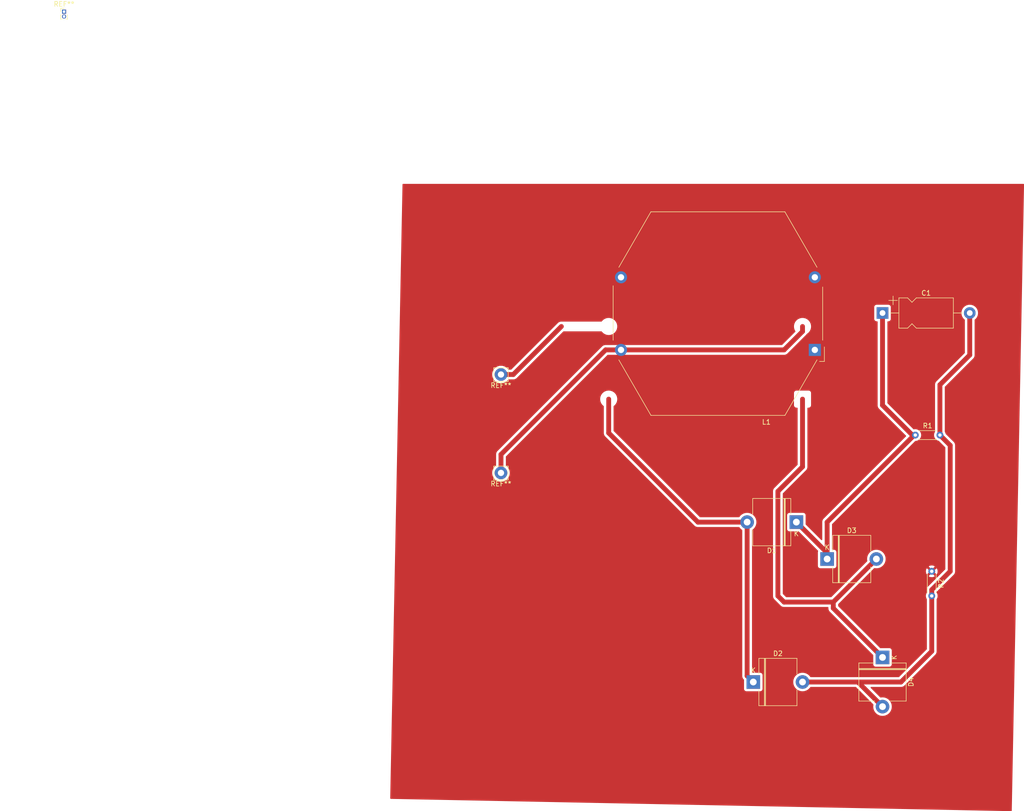
<source format=kicad_pcb>
(kicad_pcb (version 20171130) (host pcbnew "(5.1.4)-1")

  (general
    (thickness 1.6)
    (drawings 0)
    (tracks 39)
    (zones 0)
    (modules 11)
    (nets 6)
  )

  (page A4)
  (layers
    (0 F.Cu signal)
    (31 B.Cu signal)
    (32 B.Adhes user)
    (33 F.Adhes user)
    (34 B.Paste user)
    (35 F.Paste user)
    (36 B.SilkS user)
    (37 F.SilkS user)
    (38 B.Mask user)
    (39 F.Mask user)
    (40 Dwgs.User user)
    (41 Cmts.User user)
    (42 Eco1.User user)
    (43 Eco2.User user)
    (44 Edge.Cuts user)
    (45 Margin user)
    (46 B.CrtYd user)
    (47 F.CrtYd user)
    (48 B.Fab user)
    (49 F.Fab user)
  )

  (setup
    (last_trace_width 0.25)
    (user_trace_width 1)
    (trace_clearance 0.2)
    (zone_clearance 0.508)
    (zone_45_only no)
    (trace_min 0.2)
    (via_size 0.8)
    (via_drill 0.4)
    (via_min_size 0.4)
    (via_min_drill 0.3)
    (uvia_size 0.3)
    (uvia_drill 0.1)
    (uvias_allowed no)
    (uvia_min_size 0.2)
    (uvia_min_drill 0.1)
    (edge_width 0.05)
    (segment_width 0.2)
    (pcb_text_width 0.3)
    (pcb_text_size 1.5 1.5)
    (mod_edge_width 0.12)
    (mod_text_size 1 1)
    (mod_text_width 0.15)
    (pad_size 1.524 1.524)
    (pad_drill 0.762)
    (pad_to_mask_clearance 0.051)
    (solder_mask_min_width 0.25)
    (aux_axis_origin 0 0)
    (visible_elements 7FFFFFFF)
    (pcbplotparams
      (layerselection 0x010fc_ffffffff)
      (usegerberextensions false)
      (usegerberattributes false)
      (usegerberadvancedattributes false)
      (creategerberjobfile false)
      (excludeedgelayer true)
      (linewidth 0.100000)
      (plotframeref false)
      (viasonmask false)
      (mode 1)
      (useauxorigin false)
      (hpglpennumber 1)
      (hpglpenspeed 20)
      (hpglpendiameter 15.000000)
      (psnegative false)
      (psa4output false)
      (plotreference true)
      (plotvalue true)
      (plotinvisibletext false)
      (padsonsilk false)
      (subtractmaskfromsilk false)
      (outputformat 1)
      (mirror false)
      (drillshape 1)
      (scaleselection 1)
      (outputdirectory ""))
  )

  (net 0 "")
  (net 1 "Net-(C1-Pad2)")
  (net 2 "Net-(C1-Pad1)")
  (net 3 "Net-(D1-Pad2)")
  (net 4 VAC)
  (net 5 GNDREF)

  (net_class Default "Esta es la clase de red por defecto."
    (clearance 0.2)
    (trace_width 0.25)
    (via_dia 0.8)
    (via_drill 0.4)
    (uvia_dia 0.3)
    (uvia_drill 0.1)
    (add_net GNDREF)
    (add_net "Net-(C1-Pad1)")
    (add_net "Net-(C1-Pad2)")
    (add_net "Net-(D1-Pad2)")
    (add_net VAC)
  )

  (module Connector_Pin:Pin_D1.3mm_L11.3mm_W2.8mm_Flat (layer F.Cu) (tedit 5A1DC085) (tstamp 5D834856)
    (at 90.17 95.25)
    (descr "solder Pin_ with flat with hole, hole diameter 1.3mm, length 11.3mm, width 2.8mm")
    (tags "solder Pin_ with flat fork")
    (fp_text reference REF** (at 0 2.25) (layer F.SilkS)
      (effects (font (size 1 1) (thickness 0.15)))
    )
    (fp_text value Pin_D1.3mm_L11.3mm_W2.8mm_Flat (at 0 -2.05) (layer F.Fab)
      (effects (font (size 1 1) (thickness 0.15)))
    )
    (fp_line (start 1.9 1.8) (end -1.9 1.8) (layer F.CrtYd) (width 0.05))
    (fp_line (start 1.9 1.8) (end 1.9 -1.8) (layer F.CrtYd) (width 0.05))
    (fp_line (start -1.9 -1.8) (end -1.9 1.8) (layer F.CrtYd) (width 0.05))
    (fp_line (start -1.9 -1.8) (end 1.9 -1.8) (layer F.CrtYd) (width 0.05))
    (fp_line (start -1.4 0.25) (end -1.4 -0.25) (layer F.Fab) (width 0.12))
    (fp_line (start 1.4 -0.25) (end 1.4 0.25) (layer F.Fab) (width 0.12))
    (fp_line (start -1.5 1.45) (end 1.5 1.45) (layer F.SilkS) (width 0.12))
    (fp_line (start -1.5 -1.4) (end -1.5 1.45) (layer F.SilkS) (width 0.12))
    (fp_line (start 1.5 -1.4) (end 1.5 1.45) (layer F.SilkS) (width 0.12))
    (fp_line (start -1.5 -1.4) (end 1.5 -1.4) (layer F.SilkS) (width 0.12))
    (fp_line (start -1.4 -0.25) (end 1.4 -0.25) (layer F.Fab) (width 0.12))
    (fp_line (start 1.4 0.25) (end -1.4 0.25) (layer F.Fab) (width 0.12))
    (fp_text user %R (at 0 2.25) (layer F.Fab)
      (effects (font (size 1 1) (thickness 0.15)))
    )
    (pad 1 thru_hole circle (at 0 0) (size 2.6 2.6) (drill 1.3) (layers *.Cu *.Mask))
    (model ${KISYS3DMOD}/Connector_Pin.3dshapes/Pin_D1.3mm_L11.3mm_W2.8mm_Flat.wrl
      (at (xyz 0 0 0))
      (scale (xyz 1 1 1))
      (rotate (xyz 0 0 0))
    )
  )

  (module Connector_Pin:Pin_D1.3mm_L11.3mm_W2.8mm_Flat (layer F.Cu) (tedit 5A1DC085) (tstamp 5D834811)
    (at 90.17 74.93)
    (descr "solder Pin_ with flat with hole, hole diameter 1.3mm, length 11.3mm, width 2.8mm")
    (tags "solder Pin_ with flat fork")
    (fp_text reference REF** (at 0 2.25) (layer F.SilkS)
      (effects (font (size 1 1) (thickness 0.15)))
    )
    (fp_text value Pin_D1.3mm_L11.3mm_W2.8mm_Flat (at 0 -2.05) (layer F.Fab)
      (effects (font (size 1 1) (thickness 0.15)))
    )
    (fp_line (start 1.9 1.8) (end -1.9 1.8) (layer F.CrtYd) (width 0.05))
    (fp_line (start 1.9 1.8) (end 1.9 -1.8) (layer F.CrtYd) (width 0.05))
    (fp_line (start -1.9 -1.8) (end -1.9 1.8) (layer F.CrtYd) (width 0.05))
    (fp_line (start -1.9 -1.8) (end 1.9 -1.8) (layer F.CrtYd) (width 0.05))
    (fp_line (start -1.4 0.25) (end -1.4 -0.25) (layer F.Fab) (width 0.12))
    (fp_line (start 1.4 -0.25) (end 1.4 0.25) (layer F.Fab) (width 0.12))
    (fp_line (start -1.5 1.45) (end 1.5 1.45) (layer F.SilkS) (width 0.12))
    (fp_line (start -1.5 -1.4) (end -1.5 1.45) (layer F.SilkS) (width 0.12))
    (fp_line (start 1.5 -1.4) (end 1.5 1.45) (layer F.SilkS) (width 0.12))
    (fp_line (start -1.5 -1.4) (end 1.5 -1.4) (layer F.SilkS) (width 0.12))
    (fp_line (start -1.4 -0.25) (end 1.4 -0.25) (layer F.Fab) (width 0.12))
    (fp_line (start 1.4 0.25) (end -1.4 0.25) (layer F.Fab) (width 0.12))
    (fp_text user %R (at 0 2.25) (layer F.Fab)
      (effects (font (size 1 1) (thickness 0.15)))
    )
    (pad 1 thru_hole circle (at 0 0) (size 2.6 2.6) (drill 1.3) (layers *.Cu *.Mask))
    (model ${KISYS3DMOD}/Connector_Pin.3dshapes/Pin_D1.3mm_L11.3mm_W2.8mm_Flat.wrl
      (at (xyz 0 0 0))
      (scale (xyz 1 1 1))
      (rotate (xyz 0 0 0))
    )
  )

  (module Connector_PinHeader_1.00mm:PinHeader_1x02_P1.00mm_Vertical (layer F.Cu) (tedit 59FED738) (tstamp 5D833209)
    (at 0 0)
    (descr "Through hole straight pin header, 1x02, 1.00mm pitch, single row")
    (tags "Through hole pin header THT 1x02 1.00mm single row")
    (fp_text reference REF** (at 0 -1.56) (layer F.SilkS)
      (effects (font (size 1 1) (thickness 0.15)))
    )
    (fp_text value PinHeader_1x02_P1.00mm_Vertical (at 0 2.56) (layer F.Fab)
      (effects (font (size 1 1) (thickness 0.15)))
    )
    (fp_line (start -0.3175 -0.5) (end 0.635 -0.5) (layer F.Fab) (width 0.1))
    (fp_line (start 0.635 -0.5) (end 0.635 1.5) (layer F.Fab) (width 0.1))
    (fp_line (start 0.635 1.5) (end -0.635 1.5) (layer F.Fab) (width 0.1))
    (fp_line (start -0.635 1.5) (end -0.635 -0.1825) (layer F.Fab) (width 0.1))
    (fp_line (start -0.635 -0.1825) (end -0.3175 -0.5) (layer F.Fab) (width 0.1))
    (fp_line (start -0.695 1.56) (end -0.394493 1.56) (layer F.SilkS) (width 0.12))
    (fp_line (start 0.394493 1.56) (end 0.695 1.56) (layer F.SilkS) (width 0.12))
    (fp_line (start -0.695 0.685) (end -0.695 1.56) (layer F.SilkS) (width 0.12))
    (fp_line (start 0.695 0.685) (end 0.695 1.56) (layer F.SilkS) (width 0.12))
    (fp_line (start -0.695 0.685) (end -0.608276 0.685) (layer F.SilkS) (width 0.12))
    (fp_line (start 0.608276 0.685) (end 0.695 0.685) (layer F.SilkS) (width 0.12))
    (fp_line (start -0.695 0) (end -0.695 -0.685) (layer F.SilkS) (width 0.12))
    (fp_line (start -0.695 -0.685) (end 0 -0.685) (layer F.SilkS) (width 0.12))
    (fp_line (start -1.15 -1) (end -1.15 2) (layer F.CrtYd) (width 0.05))
    (fp_line (start -1.15 2) (end 1.15 2) (layer F.CrtYd) (width 0.05))
    (fp_line (start 1.15 2) (end 1.15 -1) (layer F.CrtYd) (width 0.05))
    (fp_line (start 1.15 -1) (end -1.15 -1) (layer F.CrtYd) (width 0.05))
    (fp_text user %R (at 0 0.5 90) (layer F.Fab)
      (effects (font (size 0.76 0.76) (thickness 0.114)))
    )
    (pad 1 thru_hole rect (at 0 0) (size 0.85 0.85) (drill 0.5) (layers *.Cu *.Mask))
    (pad 2 thru_hole oval (at 0 1) (size 0.85 0.85) (drill 0.5) (layers *.Cu *.Mask))
    (model ${KISYS3DMOD}/Connector_PinHeader_1.00mm.3dshapes/PinHeader_1x02_P1.00mm_Vertical.wrl
      (at (xyz 0 0 0))
      (scale (xyz 1 1 1))
      (rotate (xyz 0 0 0))
    )
  )

  (module Resistor_THT:R_Axial_DIN0204_L3.6mm_D1.6mm_P5.08mm_Horizontal (layer F.Cu) (tedit 5AE5139B) (tstamp 5D8329F7)
    (at 179.07 115.57 270)
    (descr "Resistor, Axial_DIN0204 series, Axial, Horizontal, pin pitch=5.08mm, 0.167W, length*diameter=3.6*1.6mm^2, http://cdn-reichelt.de/documents/datenblatt/B400/1_4W%23YAG.pdf")
    (tags "Resistor Axial_DIN0204 series Axial Horizontal pin pitch 5.08mm 0.167W length 3.6mm diameter 1.6mm")
    (path /5D83DE1D)
    (fp_text reference R2 (at 2.54 -1.92 90) (layer F.SilkS)
      (effects (font (size 1 1) (thickness 0.15)))
    )
    (fp_text value R (at 2.54 1.92 90) (layer F.Fab)
      (effects (font (size 1 1) (thickness 0.15)))
    )
    (fp_text user %R (at 2.54 0 90) (layer F.Fab)
      (effects (font (size 0.72 0.72) (thickness 0.108)))
    )
    (fp_line (start 6.03 -1.05) (end -0.95 -1.05) (layer F.CrtYd) (width 0.05))
    (fp_line (start 6.03 1.05) (end 6.03 -1.05) (layer F.CrtYd) (width 0.05))
    (fp_line (start -0.95 1.05) (end 6.03 1.05) (layer F.CrtYd) (width 0.05))
    (fp_line (start -0.95 -1.05) (end -0.95 1.05) (layer F.CrtYd) (width 0.05))
    (fp_line (start 0.62 0.92) (end 4.46 0.92) (layer F.SilkS) (width 0.12))
    (fp_line (start 0.62 -0.92) (end 4.46 -0.92) (layer F.SilkS) (width 0.12))
    (fp_line (start 5.08 0) (end 4.34 0) (layer F.Fab) (width 0.1))
    (fp_line (start 0 0) (end 0.74 0) (layer F.Fab) (width 0.1))
    (fp_line (start 4.34 -0.8) (end 0.74 -0.8) (layer F.Fab) (width 0.1))
    (fp_line (start 4.34 0.8) (end 4.34 -0.8) (layer F.Fab) (width 0.1))
    (fp_line (start 0.74 0.8) (end 4.34 0.8) (layer F.Fab) (width 0.1))
    (fp_line (start 0.74 -0.8) (end 0.74 0.8) (layer F.Fab) (width 0.1))
    (pad 2 thru_hole oval (at 5.08 0 270) (size 1.4 1.4) (drill 0.7) (layers *.Cu *.Mask)
      (net 1 "Net-(C1-Pad2)"))
    (pad 1 thru_hole circle (at 0 0 270) (size 1.4 1.4) (drill 0.7) (layers *.Cu *.Mask)
      (net 5 GNDREF))
    (model ${KISYS3DMOD}/Resistor_THT.3dshapes/R_Axial_DIN0204_L3.6mm_D1.6mm_P5.08mm_Horizontal.wrl
      (at (xyz 0 0 0))
      (scale (xyz 1 1 1))
      (rotate (xyz 0 0 0))
    )
  )

  (module Resistor_THT:R_Axial_DIN0204_L3.6mm_D1.6mm_P5.08mm_Horizontal (layer F.Cu) (tedit 5AE5139B) (tstamp 5D8329E4)
    (at 175.675001 87.435001)
    (descr "Resistor, Axial_DIN0204 series, Axial, Horizontal, pin pitch=5.08mm, 0.167W, length*diameter=3.6*1.6mm^2, http://cdn-reichelt.de/documents/datenblatt/B400/1_4W%23YAG.pdf")
    (tags "Resistor Axial_DIN0204 series Axial Horizontal pin pitch 5.08mm 0.167W length 3.6mm diameter 1.6mm")
    (path /5D83D99B)
    (fp_text reference R1 (at 2.54 -1.92) (layer F.SilkS)
      (effects (font (size 1 1) (thickness 0.15)))
    )
    (fp_text value R (at 2.54 1.92) (layer F.Fab)
      (effects (font (size 1 1) (thickness 0.15)))
    )
    (fp_text user %R (at 2.54 0) (layer F.Fab)
      (effects (font (size 0.72 0.72) (thickness 0.108)))
    )
    (fp_line (start 6.03 -1.05) (end -0.95 -1.05) (layer F.CrtYd) (width 0.05))
    (fp_line (start 6.03 1.05) (end 6.03 -1.05) (layer F.CrtYd) (width 0.05))
    (fp_line (start -0.95 1.05) (end 6.03 1.05) (layer F.CrtYd) (width 0.05))
    (fp_line (start -0.95 -1.05) (end -0.95 1.05) (layer F.CrtYd) (width 0.05))
    (fp_line (start 0.62 0.92) (end 4.46 0.92) (layer F.SilkS) (width 0.12))
    (fp_line (start 0.62 -0.92) (end 4.46 -0.92) (layer F.SilkS) (width 0.12))
    (fp_line (start 5.08 0) (end 4.34 0) (layer F.Fab) (width 0.1))
    (fp_line (start 0 0) (end 0.74 0) (layer F.Fab) (width 0.1))
    (fp_line (start 4.34 -0.8) (end 0.74 -0.8) (layer F.Fab) (width 0.1))
    (fp_line (start 4.34 0.8) (end 4.34 -0.8) (layer F.Fab) (width 0.1))
    (fp_line (start 0.74 0.8) (end 4.34 0.8) (layer F.Fab) (width 0.1))
    (fp_line (start 0.74 -0.8) (end 0.74 0.8) (layer F.Fab) (width 0.1))
    (pad 2 thru_hole oval (at 5.08 0) (size 1.4 1.4) (drill 0.7) (layers *.Cu *.Mask)
      (net 1 "Net-(C1-Pad2)"))
    (pad 1 thru_hole circle (at 0 0) (size 1.4 1.4) (drill 0.7) (layers *.Cu *.Mask)
      (net 2 "Net-(C1-Pad1)"))
    (model ${KISYS3DMOD}/Resistor_THT.3dshapes/R_Axial_DIN0204_L3.6mm_D1.6mm_P5.08mm_Horizontal.wrl
      (at (xyz 0 0 0))
      (scale (xyz 1 1 1))
      (rotate (xyz 0 0 0))
    )
  )

  (module Inductor_THT:Choke_Schaffner_RN152-04-43.0x41.8mm (layer F.Cu) (tedit 5A1421CD) (tstamp 5D8329D1)
    (at 154.94 69.85 180)
    (descr "Current-compensated Chokes, Scaffner, RN152-04, 43.0mmx41.8mm https://www.schaffner.com/products/download/product/datasheet/rn-series-common-mode-chokes-new/")
    (tags "chokes schaffner tht")
    (path /5D83E1E3)
    (fp_text reference L1 (at 10 -14.9) (layer F.SilkS)
      (effects (font (size 1 1) (thickness 0.15)))
    )
    (fp_text value L (at 20 29.9) (layer F.Fab)
      (effects (font (size 1 1) (thickness 0.15)))
    )
    (fp_text user %R (at 20 7.5) (layer F.Fab)
      (effects (font (size 1 1) (thickness 0.15)))
    )
    (fp_line (start -1.97 -2.38) (end -1.97 0.62) (layer F.SilkS) (width 0.12))
    (fp_line (start -1.97 -2.38) (end -0.97 -2.38) (layer F.SilkS) (width 0.12))
    (fp_line (start -1.72 -2.12) (end -0.56 -2.12) (layer F.CrtYd) (width 0.05))
    (fp_line (start -1.72 15.12) (end -1.72 -2.12) (layer F.CrtYd) (width 0.05))
    (fp_line (start 6.11 28.65) (end -1.72 15.12) (layer F.CrtYd) (width 0.05))
    (fp_line (start 33.91 28.65) (end 6.11 28.65) (layer F.CrtYd) (width 0.05))
    (fp_line (start 41.75 15.12) (end 33.91 28.65) (layer F.CrtYd) (width 0.05))
    (fp_line (start 41.75 0) (end 41.75 15.12) (layer F.CrtYd) (width 0.05))
    (fp_line (start 33.89 -13.65) (end 41.75 0) (layer F.CrtYd) (width 0.05))
    (fp_line (start 6.09 -13.65) (end 33.89 -13.65) (layer F.CrtYd) (width 0.05))
    (fp_line (start -0.56 -2.12) (end 6.09 -13.65) (layer F.CrtYd) (width 0.05))
    (fp_line (start -1.62 13) (end -1.62 2) (layer F.SilkS) (width 0.12))
    (fp_line (start 6.18 28.52) (end -0.45 17.06) (layer F.SilkS) (width 0.12))
    (fp_line (start 33.83 28.52) (end 6.18 28.52) (layer F.SilkS) (width 0.12))
    (fp_line (start 40.45 17.06) (end 33.83 28.52) (layer F.SilkS) (width 0.12))
    (fp_line (start 41.62 2) (end 41.62 13.25) (layer F.SilkS) (width 0.12))
    (fp_line (start 33.82 -13.52) (end 40.45 -2.06) (layer F.SilkS) (width 0.12))
    (fp_line (start 6.17 -13.52) (end 33.82 -13.52) (layer F.SilkS) (width 0.12))
    (fp_line (start -0.45 -2.06) (end 6.17 -13.52) (layer F.SilkS) (width 0.12))
    (fp_line (start -0.5 1) (end -1.5 0) (layer F.Fab) (width 0.1))
    (fp_line (start -1.5 2) (end -0.5 1) (layer F.Fab) (width 0.1))
    (fp_line (start -1.5 15) (end -1.5 2) (layer F.Fab) (width 0.1))
    (fp_line (start 6.24 28.4) (end -1.5 15) (layer F.Fab) (width 0.1))
    (fp_line (start 33.76 28.4) (end 6.24 28.4) (layer F.Fab) (width 0.1))
    (fp_line (start 41.5 15) (end 33.76 28.4) (layer F.Fab) (width 0.1))
    (fp_line (start 41.5 0) (end 41.5 15) (layer F.Fab) (width 0.1))
    (fp_line (start 33.76 -13.4) (end 41.5 0) (layer F.Fab) (width 0.1))
    (fp_line (start 6.24 -13.4) (end 33.76 -13.4) (layer F.Fab) (width 0.1))
    (fp_line (start -1.5 0) (end 6.24 -13.4) (layer F.Fab) (width 0.1))
    (pad 4 thru_hole circle (at 40 15 180) (size 2.5 2.5) (drill 1.3) (layers *.Cu *.Mask))
    (pad 3 thru_hole circle (at 0 15 180) (size 2.5 2.5) (drill 1.3) (layers *.Cu *.Mask))
    (pad 2 thru_hole circle (at 40 0 180) (size 2.5 2.5) (drill 1.3) (layers *.Cu *.Mask)
      (net 3 "Net-(D1-Pad2)"))
    (pad 1 thru_hole rect (at 0 0 180) (size 2.5 2.5) (drill 1.3) (layers *.Cu *.Mask)
      (net 4 VAC))
    (model ${KISYS3DMOD}/Inductor_THT.3dshapes/Choke_Schaffner_RN152-04-43.0x41.8mm.wrl
      (at (xyz 0 0 0))
      (scale (xyz 1 1 1))
      (rotate (xyz 0 0 0))
    )
  )

  (module Diode_THT:D_5KP_P10.16mm_Horizontal (layer F.Cu) (tedit 5AE50CD5) (tstamp 5D8329AB)
    (at 168.91 133.35 270)
    (descr "Diode, 5KP series, Axial, Horizontal, pin pitch=10.16mm, , length*diameter=7.62*9.53mm^2, , http://www.diodes.com/_files/packages/8686949.gif")
    (tags "Diode 5KP series Axial Horizontal pin pitch 10.16mm  length 7.62mm diameter 9.53mm")
    (path /5D83D42E)
    (fp_text reference D4 (at 5.08 -5.885 90) (layer F.SilkS)
      (effects (font (size 1 1) (thickness 0.15)))
    )
    (fp_text value D (at 5.08 5.885 90) (layer F.Fab)
      (effects (font (size 1 1) (thickness 0.15)))
    )
    (fp_text user K (at 0 -2.4 90) (layer F.SilkS)
      (effects (font (size 1 1) (thickness 0.15)))
    )
    (fp_text user K (at 0 -2.4 90) (layer F.Fab)
      (effects (font (size 1 1) (thickness 0.15)))
    )
    (fp_text user %R (at 5.6515 0 90) (layer F.Fab)
      (effects (font (size 1 1) (thickness 0.15)))
    )
    (fp_line (start 11.81 -5.02) (end -1.65 -5.02) (layer F.CrtYd) (width 0.05))
    (fp_line (start 11.81 5.02) (end 11.81 -5.02) (layer F.CrtYd) (width 0.05))
    (fp_line (start -1.65 5.02) (end 11.81 5.02) (layer F.CrtYd) (width 0.05))
    (fp_line (start -1.65 -5.02) (end -1.65 5.02) (layer F.CrtYd) (width 0.05))
    (fp_line (start 2.293 -4.885) (end 2.293 4.885) (layer F.SilkS) (width 0.12))
    (fp_line (start 2.533 -4.885) (end 2.533 4.885) (layer F.SilkS) (width 0.12))
    (fp_line (start 2.413 -4.885) (end 2.413 4.885) (layer F.SilkS) (width 0.12))
    (fp_line (start 9.01 4.885) (end 9.01 1.64) (layer F.SilkS) (width 0.12))
    (fp_line (start 1.15 4.885) (end 9.01 4.885) (layer F.SilkS) (width 0.12))
    (fp_line (start 1.15 1.64) (end 1.15 4.885) (layer F.SilkS) (width 0.12))
    (fp_line (start 9.01 -4.885) (end 9.01 -1.64) (layer F.SilkS) (width 0.12))
    (fp_line (start 1.15 -4.885) (end 9.01 -4.885) (layer F.SilkS) (width 0.12))
    (fp_line (start 1.15 -1.64) (end 1.15 -4.885) (layer F.SilkS) (width 0.12))
    (fp_line (start 2.313 -4.765) (end 2.313 4.765) (layer F.Fab) (width 0.1))
    (fp_line (start 2.513 -4.765) (end 2.513 4.765) (layer F.Fab) (width 0.1))
    (fp_line (start 2.413 -4.765) (end 2.413 4.765) (layer F.Fab) (width 0.1))
    (fp_line (start 10.16 0) (end 8.89 0) (layer F.Fab) (width 0.1))
    (fp_line (start 0 0) (end 1.27 0) (layer F.Fab) (width 0.1))
    (fp_line (start 8.89 -4.765) (end 1.27 -4.765) (layer F.Fab) (width 0.1))
    (fp_line (start 8.89 4.765) (end 8.89 -4.765) (layer F.Fab) (width 0.1))
    (fp_line (start 1.27 4.765) (end 8.89 4.765) (layer F.Fab) (width 0.1))
    (fp_line (start 1.27 -4.765) (end 1.27 4.765) (layer F.Fab) (width 0.1))
    (pad 2 thru_hole oval (at 10.16 0 270) (size 2.8 2.8) (drill 1.4) (layers *.Cu *.Mask)
      (net 1 "Net-(C1-Pad2)"))
    (pad 1 thru_hole rect (at 0 0 270) (size 2.8 2.8) (drill 1.4) (layers *.Cu *.Mask)
      (net 4 VAC))
    (model ${KISYS3DMOD}/Diode_THT.3dshapes/D_5KP_P10.16mm_Horizontal.wrl
      (at (xyz 0 0 0))
      (scale (xyz 1 1 1))
      (rotate (xyz 0 0 0))
    )
  )

  (module Diode_THT:D_5KP_P10.16mm_Horizontal (layer F.Cu) (tedit 5AE50CD5) (tstamp 5D83298C)
    (at 157.48 113.03)
    (descr "Diode, 5KP series, Axial, Horizontal, pin pitch=10.16mm, , length*diameter=7.62*9.53mm^2, , http://www.diodes.com/_files/packages/8686949.gif")
    (tags "Diode 5KP series Axial Horizontal pin pitch 10.16mm  length 7.62mm diameter 9.53mm")
    (path /5D83CC2F)
    (fp_text reference D3 (at 5.08 -5.885) (layer F.SilkS)
      (effects (font (size 1 1) (thickness 0.15)))
    )
    (fp_text value D (at 5.08 5.885) (layer F.Fab)
      (effects (font (size 1 1) (thickness 0.15)))
    )
    (fp_text user K (at 0 -2.4) (layer F.SilkS)
      (effects (font (size 1 1) (thickness 0.15)))
    )
    (fp_text user K (at 0 -2.4) (layer F.Fab)
      (effects (font (size 1 1) (thickness 0.15)))
    )
    (fp_text user %R (at 5.054999 0) (layer F.Fab)
      (effects (font (size 1 1) (thickness 0.15)))
    )
    (fp_line (start 11.81 -5.02) (end -1.65 -5.02) (layer F.CrtYd) (width 0.05))
    (fp_line (start 11.81 5.02) (end 11.81 -5.02) (layer F.CrtYd) (width 0.05))
    (fp_line (start -1.65 5.02) (end 11.81 5.02) (layer F.CrtYd) (width 0.05))
    (fp_line (start -1.65 -5.02) (end -1.65 5.02) (layer F.CrtYd) (width 0.05))
    (fp_line (start 2.293 -4.885) (end 2.293 4.885) (layer F.SilkS) (width 0.12))
    (fp_line (start 2.533 -4.885) (end 2.533 4.885) (layer F.SilkS) (width 0.12))
    (fp_line (start 2.413 -4.885) (end 2.413 4.885) (layer F.SilkS) (width 0.12))
    (fp_line (start 9.01 4.885) (end 9.01 1.64) (layer F.SilkS) (width 0.12))
    (fp_line (start 1.15 4.885) (end 9.01 4.885) (layer F.SilkS) (width 0.12))
    (fp_line (start 1.15 1.64) (end 1.15 4.885) (layer F.SilkS) (width 0.12))
    (fp_line (start 9.01 -4.885) (end 9.01 -1.64) (layer F.SilkS) (width 0.12))
    (fp_line (start 1.15 -4.885) (end 9.01 -4.885) (layer F.SilkS) (width 0.12))
    (fp_line (start 1.15 -1.64) (end 1.15 -4.885) (layer F.SilkS) (width 0.12))
    (fp_line (start 2.313 -4.765) (end 2.313 4.765) (layer F.Fab) (width 0.1))
    (fp_line (start 2.513 -4.765) (end 2.513 4.765) (layer F.Fab) (width 0.1))
    (fp_line (start 2.413 -4.765) (end 2.413 4.765) (layer F.Fab) (width 0.1))
    (fp_line (start 10.16 0) (end 8.89 0) (layer F.Fab) (width 0.1))
    (fp_line (start 0 0) (end 1.27 0) (layer F.Fab) (width 0.1))
    (fp_line (start 8.89 -4.765) (end 1.27 -4.765) (layer F.Fab) (width 0.1))
    (fp_line (start 8.89 4.765) (end 8.89 -4.765) (layer F.Fab) (width 0.1))
    (fp_line (start 1.27 4.765) (end 8.89 4.765) (layer F.Fab) (width 0.1))
    (fp_line (start 1.27 -4.765) (end 1.27 4.765) (layer F.Fab) (width 0.1))
    (pad 2 thru_hole oval (at 10.16 0) (size 2.8 2.8) (drill 1.4) (layers *.Cu *.Mask)
      (net 4 VAC))
    (pad 1 thru_hole rect (at 0 0) (size 2.8 2.8) (drill 1.4) (layers *.Cu *.Mask)
      (net 2 "Net-(C1-Pad1)"))
    (model ${KISYS3DMOD}/Diode_THT.3dshapes/D_5KP_P10.16mm_Horizontal.wrl
      (at (xyz 0 0 0))
      (scale (xyz 1 1 1))
      (rotate (xyz 0 0 0))
    )
  )

  (module Diode_THT:D_5KP_P10.16mm_Horizontal (layer F.Cu) (tedit 5AE50CD5) (tstamp 5D83296D)
    (at 142.24 138.43)
    (descr "Diode, 5KP series, Axial, Horizontal, pin pitch=10.16mm, , length*diameter=7.62*9.53mm^2, , http://www.diodes.com/_files/packages/8686949.gif")
    (tags "Diode 5KP series Axial Horizontal pin pitch 10.16mm  length 7.62mm diameter 9.53mm")
    (path /5D83D2F7)
    (fp_text reference D2 (at 5.08 -5.885) (layer F.SilkS)
      (effects (font (size 1 1) (thickness 0.15)))
    )
    (fp_text value D (at 5.08 5.885) (layer F.Fab)
      (effects (font (size 1 1) (thickness 0.15)))
    )
    (fp_text user K (at 0 -2.4) (layer F.SilkS)
      (effects (font (size 1 1) (thickness 0.15)))
    )
    (fp_text user K (at 0 -2.4) (layer F.Fab)
      (effects (font (size 1 1) (thickness 0.15)))
    )
    (fp_text user %R (at 5.6515 0) (layer F.Fab)
      (effects (font (size 1 1) (thickness 0.15)))
    )
    (fp_line (start 11.81 -5.02) (end -1.65 -5.02) (layer F.CrtYd) (width 0.05))
    (fp_line (start 11.81 5.02) (end 11.81 -5.02) (layer F.CrtYd) (width 0.05))
    (fp_line (start -1.65 5.02) (end 11.81 5.02) (layer F.CrtYd) (width 0.05))
    (fp_line (start -1.65 -5.02) (end -1.65 5.02) (layer F.CrtYd) (width 0.05))
    (fp_line (start 2.293 -4.885) (end 2.293 4.885) (layer F.SilkS) (width 0.12))
    (fp_line (start 2.533 -4.885) (end 2.533 4.885) (layer F.SilkS) (width 0.12))
    (fp_line (start 2.413 -4.885) (end 2.413 4.885) (layer F.SilkS) (width 0.12))
    (fp_line (start 9.01 4.885) (end 9.01 1.64) (layer F.SilkS) (width 0.12))
    (fp_line (start 1.15 4.885) (end 9.01 4.885) (layer F.SilkS) (width 0.12))
    (fp_line (start 1.15 1.64) (end 1.15 4.885) (layer F.SilkS) (width 0.12))
    (fp_line (start 9.01 -4.885) (end 9.01 -1.64) (layer F.SilkS) (width 0.12))
    (fp_line (start 1.15 -4.885) (end 9.01 -4.885) (layer F.SilkS) (width 0.12))
    (fp_line (start 1.15 -1.64) (end 1.15 -4.885) (layer F.SilkS) (width 0.12))
    (fp_line (start 2.313 -4.765) (end 2.313 4.765) (layer F.Fab) (width 0.1))
    (fp_line (start 2.513 -4.765) (end 2.513 4.765) (layer F.Fab) (width 0.1))
    (fp_line (start 2.413 -4.765) (end 2.413 4.765) (layer F.Fab) (width 0.1))
    (fp_line (start 10.16 0) (end 8.89 0) (layer F.Fab) (width 0.1))
    (fp_line (start 0 0) (end 1.27 0) (layer F.Fab) (width 0.1))
    (fp_line (start 8.89 -4.765) (end 1.27 -4.765) (layer F.Fab) (width 0.1))
    (fp_line (start 8.89 4.765) (end 8.89 -4.765) (layer F.Fab) (width 0.1))
    (fp_line (start 1.27 4.765) (end 8.89 4.765) (layer F.Fab) (width 0.1))
    (fp_line (start 1.27 -4.765) (end 1.27 4.765) (layer F.Fab) (width 0.1))
    (pad 2 thru_hole oval (at 10.16 0) (size 2.8 2.8) (drill 1.4) (layers *.Cu *.Mask)
      (net 1 "Net-(C1-Pad2)"))
    (pad 1 thru_hole rect (at 0 0) (size 2.8 2.8) (drill 1.4) (layers *.Cu *.Mask)
      (net 3 "Net-(D1-Pad2)"))
    (model ${KISYS3DMOD}/Diode_THT.3dshapes/D_5KP_P10.16mm_Horizontal.wrl
      (at (xyz 0 0 0))
      (scale (xyz 1 1 1))
      (rotate (xyz 0 0 0))
    )
  )

  (module Diode_THT:D_5KP_P10.16mm_Horizontal (layer F.Cu) (tedit 5AE50CD5) (tstamp 5D83294E)
    (at 151.13 105.41 180)
    (descr "Diode, 5KP series, Axial, Horizontal, pin pitch=10.16mm, , length*diameter=7.62*9.53mm^2, , http://www.diodes.com/_files/packages/8686949.gif")
    (tags "Diode 5KP series Axial Horizontal pin pitch 10.16mm  length 7.62mm diameter 9.53mm")
    (path /5D83C7A1)
    (fp_text reference D1 (at 5.08 -5.885) (layer F.SilkS)
      (effects (font (size 1 1) (thickness 0.15)))
    )
    (fp_text value D (at 5.08 5.885) (layer F.Fab)
      (effects (font (size 1 1) (thickness 0.15)))
    )
    (fp_text user K (at 0 -2.4) (layer F.SilkS)
      (effects (font (size 1 1) (thickness 0.15)))
    )
    (fp_text user K (at 0 -2.4) (layer F.Fab)
      (effects (font (size 1 1) (thickness 0.15)))
    )
    (fp_text user %R (at 5.6515 0) (layer F.Fab)
      (effects (font (size 1 1) (thickness 0.15)))
    )
    (fp_line (start 11.81 -5.02) (end -1.65 -5.02) (layer F.CrtYd) (width 0.05))
    (fp_line (start 11.81 5.02) (end 11.81 -5.02) (layer F.CrtYd) (width 0.05))
    (fp_line (start -1.65 5.02) (end 11.81 5.02) (layer F.CrtYd) (width 0.05))
    (fp_line (start -1.65 -5.02) (end -1.65 5.02) (layer F.CrtYd) (width 0.05))
    (fp_line (start 2.293 -4.885) (end 2.293 4.885) (layer F.SilkS) (width 0.12))
    (fp_line (start 2.533 -4.885) (end 2.533 4.885) (layer F.SilkS) (width 0.12))
    (fp_line (start 2.413 -4.885) (end 2.413 4.885) (layer F.SilkS) (width 0.12))
    (fp_line (start 9.01 4.885) (end 9.01 1.64) (layer F.SilkS) (width 0.12))
    (fp_line (start 1.15 4.885) (end 9.01 4.885) (layer F.SilkS) (width 0.12))
    (fp_line (start 1.15 1.64) (end 1.15 4.885) (layer F.SilkS) (width 0.12))
    (fp_line (start 9.01 -4.885) (end 9.01 -1.64) (layer F.SilkS) (width 0.12))
    (fp_line (start 1.15 -4.885) (end 9.01 -4.885) (layer F.SilkS) (width 0.12))
    (fp_line (start 1.15 -1.64) (end 1.15 -4.885) (layer F.SilkS) (width 0.12))
    (fp_line (start 2.313 -4.765) (end 2.313 4.765) (layer F.Fab) (width 0.1))
    (fp_line (start 2.513 -4.765) (end 2.513 4.765) (layer F.Fab) (width 0.1))
    (fp_line (start 2.413 -4.765) (end 2.413 4.765) (layer F.Fab) (width 0.1))
    (fp_line (start 10.16 0) (end 8.89 0) (layer F.Fab) (width 0.1))
    (fp_line (start 0 0) (end 1.27 0) (layer F.Fab) (width 0.1))
    (fp_line (start 8.89 -4.765) (end 1.27 -4.765) (layer F.Fab) (width 0.1))
    (fp_line (start 8.89 4.765) (end 8.89 -4.765) (layer F.Fab) (width 0.1))
    (fp_line (start 1.27 4.765) (end 8.89 4.765) (layer F.Fab) (width 0.1))
    (fp_line (start 1.27 -4.765) (end 1.27 4.765) (layer F.Fab) (width 0.1))
    (pad 2 thru_hole oval (at 10.16 0 180) (size 2.8 2.8) (drill 1.4) (layers *.Cu *.Mask)
      (net 3 "Net-(D1-Pad2)"))
    (pad 1 thru_hole rect (at 0 0 180) (size 2.8 2.8) (drill 1.4) (layers *.Cu *.Mask)
      (net 2 "Net-(C1-Pad1)"))
    (model ${KISYS3DMOD}/Diode_THT.3dshapes/D_5KP_P10.16mm_Horizontal.wrl
      (at (xyz 0 0 0))
      (scale (xyz 1 1 1))
      (rotate (xyz 0 0 0))
    )
  )

  (module Capacitor_THT:CP_Axial_L11.0mm_D6.0mm_P18.00mm_Horizontal (layer F.Cu) (tedit 5AE50EF2) (tstamp 5D83292F)
    (at 168.91 62.23)
    (descr "CP, Axial series, Axial, Horizontal, pin pitch=18mm, , length*diameter=11*6mm^2, Electrolytic Capacitor")
    (tags "CP Axial series Axial Horizontal pin pitch 18mm  length 11mm diameter 6mm Electrolytic Capacitor")
    (path /5D83D577)
    (fp_text reference C1 (at 9 -4.12) (layer F.SilkS)
      (effects (font (size 1 1) (thickness 0.15)))
    )
    (fp_text value C (at 9 4.12) (layer F.Fab)
      (effects (font (size 1 1) (thickness 0.15)))
    )
    (fp_text user %R (at 9 0) (layer F.Fab)
      (effects (font (size 1 1) (thickness 0.15)))
    )
    (fp_line (start 19.45 -3.25) (end -1.45 -3.25) (layer F.CrtYd) (width 0.05))
    (fp_line (start 19.45 3.25) (end 19.45 -3.25) (layer F.CrtYd) (width 0.05))
    (fp_line (start -1.45 3.25) (end 19.45 3.25) (layer F.CrtYd) (width 0.05))
    (fp_line (start -1.45 -3.25) (end -1.45 3.25) (layer F.CrtYd) (width 0.05))
    (fp_line (start 16.56 0) (end 14.62 0) (layer F.SilkS) (width 0.12))
    (fp_line (start 1.44 0) (end 3.38 0) (layer F.SilkS) (width 0.12))
    (fp_line (start 6.98 3.12) (end 14.62 3.12) (layer F.SilkS) (width 0.12))
    (fp_line (start 6.08 2.22) (end 6.98 3.12) (layer F.SilkS) (width 0.12))
    (fp_line (start 5.18 3.12) (end 6.08 2.22) (layer F.SilkS) (width 0.12))
    (fp_line (start 3.38 3.12) (end 5.18 3.12) (layer F.SilkS) (width 0.12))
    (fp_line (start 6.98 -3.12) (end 14.62 -3.12) (layer F.SilkS) (width 0.12))
    (fp_line (start 6.08 -2.22) (end 6.98 -3.12) (layer F.SilkS) (width 0.12))
    (fp_line (start 5.18 -3.12) (end 6.08 -2.22) (layer F.SilkS) (width 0.12))
    (fp_line (start 3.38 -3.12) (end 5.18 -3.12) (layer F.SilkS) (width 0.12))
    (fp_line (start 14.62 -3.12) (end 14.62 3.12) (layer F.SilkS) (width 0.12))
    (fp_line (start 3.38 -3.12) (end 3.38 3.12) (layer F.SilkS) (width 0.12))
    (fp_line (start 2.18 -3.5) (end 2.18 -1.7) (layer F.SilkS) (width 0.12))
    (fp_line (start 1.28 -2.6) (end 3.08 -2.6) (layer F.SilkS) (width 0.12))
    (fp_line (start 6.1 -0.9) (end 6.1 0.9) (layer F.Fab) (width 0.1))
    (fp_line (start 5.2 0) (end 7 0) (layer F.Fab) (width 0.1))
    (fp_line (start 18 0) (end 14.5 0) (layer F.Fab) (width 0.1))
    (fp_line (start 0 0) (end 3.5 0) (layer F.Fab) (width 0.1))
    (fp_line (start 6.98 3) (end 14.5 3) (layer F.Fab) (width 0.1))
    (fp_line (start 6.08 2.1) (end 6.98 3) (layer F.Fab) (width 0.1))
    (fp_line (start 5.18 3) (end 6.08 2.1) (layer F.Fab) (width 0.1))
    (fp_line (start 3.5 3) (end 5.18 3) (layer F.Fab) (width 0.1))
    (fp_line (start 6.98 -3) (end 14.5 -3) (layer F.Fab) (width 0.1))
    (fp_line (start 6.08 -2.1) (end 6.98 -3) (layer F.Fab) (width 0.1))
    (fp_line (start 5.18 -3) (end 6.08 -2.1) (layer F.Fab) (width 0.1))
    (fp_line (start 3.5 -3) (end 5.18 -3) (layer F.Fab) (width 0.1))
    (fp_line (start 14.5 -3) (end 14.5 3) (layer F.Fab) (width 0.1))
    (fp_line (start 3.5 -3) (end 3.5 3) (layer F.Fab) (width 0.1))
    (pad 2 thru_hole oval (at 18 0) (size 2.4 2.4) (drill 1.2) (layers *.Cu *.Mask)
      (net 1 "Net-(C1-Pad2)"))
    (pad 1 thru_hole rect (at 0 0) (size 2.4 2.4) (drill 1.2) (layers *.Cu *.Mask)
      (net 2 "Net-(C1-Pad1)"))
    (model ${KISYS3DMOD}/Capacitor_THT.3dshapes/CP_Axial_L11.0mm_D6.0mm_P18.00mm_Horizontal.wrl
      (at (xyz 0 0 0))
      (scale (xyz 1 1 1))
      (rotate (xyz 0 0 0))
    )
  )

  (segment (start 90.17 74.93) (end 92.71 74.93) (width 1) (layer F.Cu) (net 0))
  (segment (start 105.17 54.85) (end 114.94 54.85) (width 1) (layer F.Cu) (net 0))
  (segment (start 92.71 74.93) (end 102.63 65.01) (width 1) (layer F.Cu) (net 0))
  (segment (start 90.17 95.25) (end 90.17 91.44) (width 1) (layer F.Cu) (net 0))
  (segment (start 90.17 91.44) (end 111.76 69.85) (width 1) (layer F.Cu) (net 0))
  (segment (start 111.76 69.85) (end 148.59 69.85) (width 1) (layer F.Cu) (net 0))
  (segment (start 148.59 69.85) (end 152.4 66.04) (width 1) (layer F.Cu) (net 0))
  (segment (start 152.4 66.04) (end 152.4 65.01) (width 1) (layer F.Cu) (net 0))
  (segment (start 163.83 138.43) (end 168.91 143.51) (width 1) (layer F.Cu) (net 1))
  (segment (start 152.4 138.43) (end 163.83 138.43) (width 1) (layer F.Cu) (net 1))
  (segment (start 179.07 132.08) (end 179.07 120.65) (width 1) (layer F.Cu) (net 1))
  (segment (start 163.83 138.43) (end 172.72 138.43) (width 1) (layer F.Cu) (net 1))
  (segment (start 172.72 138.43) (end 179.07 132.08) (width 1) (layer F.Cu) (net 1))
  (segment (start 179.07 120.65) (end 179.07 119.38) (width 1) (layer F.Cu) (net 1))
  (segment (start 179.07 119.38) (end 182.88 115.57) (width 1) (layer F.Cu) (net 1))
  (segment (start 182.88 89.56) (end 180.755001 87.435001) (width 1) (layer F.Cu) (net 1))
  (segment (start 182.88 115.57) (end 182.88 89.56) (width 1) (layer F.Cu) (net 1))
  (segment (start 180.755001 87.435001) (end 180.755001 77.054999) (width 1) (layer F.Cu) (net 1))
  (segment (start 186.91 70.9) (end 186.91 62.23) (width 1) (layer F.Cu) (net 1))
  (segment (start 180.755001 77.054999) (end 186.91 70.9) (width 1) (layer F.Cu) (net 1))
  (segment (start 157.48 111.76) (end 151.13 105.41) (width 1) (layer F.Cu) (net 2))
  (segment (start 157.48 113.03) (end 157.48 111.76) (width 1) (layer F.Cu) (net 2))
  (segment (start 157.48 113.03) (end 157.48 105.41) (width 1) (layer F.Cu) (net 2))
  (segment (start 157.48 105.41) (end 175.26 87.63) (width 1) (layer F.Cu) (net 2))
  (segment (start 168.91 81.28) (end 168.91 62.23) (width 1) (layer F.Cu) (net 2))
  (segment (start 175.26 87.63) (end 168.91 81.28) (width 1) (layer F.Cu) (net 2))
  (segment (start 112.4 80.01) (end 112.4 87) (width 1) (layer F.Cu) (net 3))
  (segment (start 130.81 105.41) (end 140.97 105.41) (width 1) (layer F.Cu) (net 3))
  (segment (start 112.4 87) (end 130.81 105.41) (width 1) (layer F.Cu) (net 3))
  (segment (start 140.97 137.16) (end 142.24 138.43) (width 1) (layer F.Cu) (net 3))
  (segment (start 140.97 105.41) (end 140.97 137.16) (width 1) (layer F.Cu) (net 3))
  (segment (start 152.4 80.01) (end 152.4 93.98) (width 1) (layer F.Cu) (net 4))
  (segment (start 152.4 93.98) (end 147.32 99.06) (width 1) (layer F.Cu) (net 4))
  (segment (start 147.32 99.06) (end 147.32 120.65) (width 1) (layer F.Cu) (net 4))
  (segment (start 147.32 120.65) (end 148.59 121.92) (width 1) (layer F.Cu) (net 4))
  (segment (start 158.75 121.92) (end 167.64 113.03) (width 1) (layer F.Cu) (net 4))
  (segment (start 148.59 121.92) (end 158.75 121.92) (width 1) (layer F.Cu) (net 4))
  (segment (start 158.75 123.19) (end 168.91 133.35) (width 1) (layer F.Cu) (net 4))
  (segment (start 158.75 121.92) (end 158.75 123.19) (width 1) (layer F.Cu) (net 4))

  (zone (net 5) (net_name GNDREF) (layer F.Cu) (tstamp 0) (hatch edge 0.508)
    (connect_pads (clearance 0.508))
    (min_thickness 0.254)
    (fill yes (arc_segments 32) (thermal_gap 0.508) (thermal_bridge_width 0.508))
    (polygon
      (pts
        (xy 69.85 35.56) (xy 198.12 35.56) (xy 195.58 165.1) (xy 67.31 162.56)
      )
    )
    (filled_polygon
      (pts
        (xy 195.455514 164.97051) (xy 67.439515 162.43554) (xy 68.787037 95.059419) (xy 88.235 95.059419) (xy 88.235 95.440581)
        (xy 88.309361 95.814419) (xy 88.455225 96.166566) (xy 88.666987 96.483491) (xy 88.936509 96.753013) (xy 89.253434 96.964775)
        (xy 89.605581 97.110639) (xy 89.979419 97.185) (xy 90.360581 97.185) (xy 90.734419 97.110639) (xy 91.086566 96.964775)
        (xy 91.403491 96.753013) (xy 91.673013 96.483491) (xy 91.884775 96.166566) (xy 92.030639 95.814419) (xy 92.105 95.440581)
        (xy 92.105 95.059419) (xy 92.030639 94.685581) (xy 91.884775 94.333434) (xy 91.673013 94.016509) (xy 91.403491 93.746987)
        (xy 91.305 93.681178) (xy 91.305 91.910131) (xy 103.390787 79.824344) (xy 110.515 79.824344) (xy 110.515 80.195656)
        (xy 110.587439 80.559834) (xy 110.729534 80.902882) (xy 110.935825 81.211618) (xy 111.198382 81.474175) (xy 111.265 81.518688)
        (xy 111.265001 86.944239) (xy 111.259509 87) (xy 111.281423 87.222498) (xy 111.346324 87.436446) (xy 111.346325 87.436447)
        (xy 111.451717 87.633623) (xy 111.593552 87.806449) (xy 111.63686 87.841991) (xy 129.968013 106.173146) (xy 130.003551 106.216449)
        (xy 130.046854 106.251987) (xy 130.046856 106.251989) (xy 130.176377 106.358284) (xy 130.373553 106.463676) (xy 130.587501 106.528577)
        (xy 130.81 106.550491) (xy 130.865752 106.545) (xy 139.269209 106.545) (xy 139.269773 106.546056) (xy 139.524076 106.855924)
        (xy 139.833944 107.110227) (xy 139.835 107.110791) (xy 139.835001 137.104238) (xy 139.829509 137.16) (xy 139.851423 137.382498)
        (xy 139.916324 137.596446) (xy 139.953959 137.666856) (xy 140.021717 137.793623) (xy 140.163552 137.966449) (xy 140.201928 137.997943)
        (xy 140.201928 139.83) (xy 140.214188 139.954482) (xy 140.250498 140.07418) (xy 140.309463 140.184494) (xy 140.388815 140.281185)
        (xy 140.485506 140.360537) (xy 140.59582 140.419502) (xy 140.715518 140.455812) (xy 140.84 140.468072) (xy 143.64 140.468072)
        (xy 143.764482 140.455812) (xy 143.88418 140.419502) (xy 143.994494 140.360537) (xy 144.091185 140.281185) (xy 144.170537 140.184494)
        (xy 144.229502 140.07418) (xy 144.265812 139.954482) (xy 144.278072 139.83) (xy 144.278072 138.43) (xy 150.355154 138.43)
        (xy 150.394445 138.82893) (xy 150.510809 139.212529) (xy 150.699773 139.566056) (xy 150.954076 139.875924) (xy 151.263944 140.130227)
        (xy 151.617471 140.319191) (xy 152.00107 140.435555) (xy 152.300031 140.465) (xy 152.499969 140.465) (xy 152.79893 140.435555)
        (xy 153.182529 140.319191) (xy 153.536056 140.130227) (xy 153.845924 139.875924) (xy 154.100227 139.566056) (xy 154.100791 139.565)
        (xy 163.359869 139.565) (xy 166.904793 143.109924) (xy 166.904445 143.11107) (xy 166.865154 143.51) (xy 166.904445 143.90893)
        (xy 167.020809 144.292529) (xy 167.209773 144.646056) (xy 167.464076 144.955924) (xy 167.773944 145.210227) (xy 168.127471 145.399191)
        (xy 168.51107 145.515555) (xy 168.810031 145.545) (xy 169.009969 145.545) (xy 169.30893 145.515555) (xy 169.692529 145.399191)
        (xy 170.046056 145.210227) (xy 170.355924 144.955924) (xy 170.610227 144.646056) (xy 170.799191 144.292529) (xy 170.915555 143.90893)
        (xy 170.954846 143.51) (xy 170.915555 143.11107) (xy 170.799191 142.727471) (xy 170.610227 142.373944) (xy 170.355924 142.064076)
        (xy 170.046056 141.809773) (xy 169.692529 141.620809) (xy 169.30893 141.504445) (xy 169.009969 141.475) (xy 168.810031 141.475)
        (xy 168.51107 141.504445) (xy 168.509924 141.504793) (xy 166.570131 139.565) (xy 172.664249 139.565) (xy 172.72 139.570491)
        (xy 172.775751 139.565) (xy 172.775752 139.565) (xy 172.942499 139.548577) (xy 173.156447 139.483676) (xy 173.353623 139.378284)
        (xy 173.526449 139.236449) (xy 173.561996 139.193135) (xy 179.833141 132.921991) (xy 179.876449 132.886449) (xy 180.018284 132.713623)
        (xy 180.123676 132.516447) (xy 180.188577 132.302499) (xy 180.205 132.135752) (xy 180.205 132.135751) (xy 180.210491 132.080001)
        (xy 180.205 132.024249) (xy 180.205 121.358572) (xy 180.309347 121.163354) (xy 180.385683 120.911706) (xy 180.411459 120.65)
        (xy 180.385683 120.388294) (xy 180.309347 120.136646) (xy 180.205 119.941428) (xy 180.205 119.850131) (xy 183.643146 116.411987)
        (xy 183.686449 116.376449) (xy 183.828284 116.203623) (xy 183.933676 116.006447) (xy 183.998577 115.792499) (xy 184.015 115.625752)
        (xy 184.015 115.625751) (xy 184.020491 115.57) (xy 184.015 115.514248) (xy 184.015 89.615741) (xy 184.02049 89.559999)
        (xy 184.015 89.504257) (xy 184.015 89.504248) (xy 183.998577 89.337501) (xy 183.933676 89.123553) (xy 183.828284 88.926377)
        (xy 183.686449 88.753551) (xy 183.643141 88.718009) (xy 182.058604 87.133473) (xy 181.994348 86.921647) (xy 181.890001 86.726429)
        (xy 181.890001 77.52513) (xy 187.673141 71.741991) (xy 187.716449 71.706449) (xy 187.858284 71.533623) (xy 187.963676 71.336447)
        (xy 188.028577 71.122499) (xy 188.045 70.955752) (xy 188.045 70.955751) (xy 188.050491 70.900001) (xy 188.045 70.844249)
        (xy 188.045 63.672365) (xy 188.213819 63.533819) (xy 188.443129 63.254404) (xy 188.613521 62.935622) (xy 188.718448 62.589723)
        (xy 188.753878 62.23) (xy 188.718448 61.870277) (xy 188.613521 61.524378) (xy 188.443129 61.205596) (xy 188.213819 60.926181)
        (xy 187.934404 60.696871) (xy 187.615622 60.526479) (xy 187.269723 60.421552) (xy 187.000139 60.395) (xy 186.819861 60.395)
        (xy 186.550277 60.421552) (xy 186.204378 60.526479) (xy 185.885596 60.696871) (xy 185.606181 60.926181) (xy 185.376871 61.205596)
        (xy 185.206479 61.524378) (xy 185.101552 61.870277) (xy 185.066122 62.23) (xy 185.101552 62.589723) (xy 185.206479 62.935622)
        (xy 185.376871 63.254404) (xy 185.606181 63.533819) (xy 185.775001 63.672366) (xy 185.775 70.429868) (xy 179.991861 76.213008)
        (xy 179.948553 76.24855) (xy 179.806718 76.421376) (xy 179.800498 76.433013) (xy 179.701325 76.618553) (xy 179.636424 76.832501)
        (xy 179.61451 77.054999) (xy 179.620002 77.11076) (xy 179.620001 86.726428) (xy 179.515654 86.921647) (xy 179.439318 87.173295)
        (xy 179.413542 87.435001) (xy 179.439318 87.696707) (xy 179.515654 87.948355) (xy 179.639619 88.180276) (xy 179.806446 88.383556)
        (xy 180.009726 88.550383) (xy 180.241647 88.674348) (xy 180.453473 88.738604) (xy 181.745001 90.030133) (xy 181.745 115.099867)
        (xy 178.30686 118.538009) (xy 178.263552 118.573551) (xy 178.121717 118.746377) (xy 178.016324 118.943553) (xy 178.016324 118.943554)
        (xy 177.951423 119.157502) (xy 177.929509 119.38) (xy 177.935 119.435751) (xy 177.935 119.941428) (xy 177.830653 120.136646)
        (xy 177.754317 120.388294) (xy 177.728541 120.65) (xy 177.754317 120.911706) (xy 177.830653 121.163354) (xy 177.935001 121.358574)
        (xy 177.935 131.609868) (xy 172.249869 137.295) (xy 163.885751 137.295) (xy 163.83 137.289509) (xy 163.774249 137.295)
        (xy 154.100791 137.295) (xy 154.100227 137.293944) (xy 153.845924 136.984076) (xy 153.536056 136.729773) (xy 153.182529 136.540809)
        (xy 152.79893 136.424445) (xy 152.499969 136.395) (xy 152.300031 136.395) (xy 152.00107 136.424445) (xy 151.617471 136.540809)
        (xy 151.263944 136.729773) (xy 150.954076 136.984076) (xy 150.699773 137.293944) (xy 150.510809 137.647471) (xy 150.394445 138.03107)
        (xy 150.355154 138.43) (xy 144.278072 138.43) (xy 144.278072 137.03) (xy 144.265812 136.905518) (xy 144.229502 136.78582)
        (xy 144.170537 136.675506) (xy 144.091185 136.578815) (xy 143.994494 136.499463) (xy 143.88418 136.440498) (xy 143.764482 136.404188)
        (xy 143.64 136.391928) (xy 142.105 136.391928) (xy 142.105 107.110791) (xy 142.106056 107.110227) (xy 142.415924 106.855924)
        (xy 142.670227 106.546056) (xy 142.859191 106.192529) (xy 142.975555 105.80893) (xy 143.014846 105.41) (xy 142.975555 105.01107)
        (xy 142.859191 104.627471) (xy 142.670227 104.273944) (xy 142.415924 103.964076) (xy 142.106056 103.709773) (xy 141.752529 103.520809)
        (xy 141.36893 103.404445) (xy 141.069969 103.375) (xy 140.870031 103.375) (xy 140.57107 103.404445) (xy 140.187471 103.520809)
        (xy 139.833944 103.709773) (xy 139.524076 103.964076) (xy 139.269773 104.273944) (xy 139.269209 104.275) (xy 131.280133 104.275)
        (xy 126.065133 99.06) (xy 146.179509 99.06) (xy 146.185 99.115751) (xy 146.185001 120.594238) (xy 146.179509 120.65)
        (xy 146.201423 120.872498) (xy 146.266324 121.086446) (xy 146.266325 121.086447) (xy 146.371717 121.283623) (xy 146.513552 121.456449)
        (xy 146.55686 121.491991) (xy 147.748008 122.68314) (xy 147.783551 122.726449) (xy 147.956377 122.868284) (xy 148.153553 122.973676)
        (xy 148.317705 123.023471) (xy 148.3675 123.038577) (xy 148.388493 123.040644) (xy 148.534248 123.055) (xy 148.534255 123.055)
        (xy 148.589999 123.06049) (xy 148.645743 123.055) (xy 157.615 123.055) (xy 157.615 123.134249) (xy 157.609509 123.19)
        (xy 157.615 123.245751) (xy 157.615 123.245752) (xy 157.631423 123.412499) (xy 157.696324 123.626447) (xy 157.801717 123.823623)
        (xy 157.943552 123.996449) (xy 157.98686 124.031991) (xy 166.871928 132.91706) (xy 166.871928 134.75) (xy 166.884188 134.874482)
        (xy 166.920498 134.99418) (xy 166.979463 135.104494) (xy 167.058815 135.201185) (xy 167.155506 135.280537) (xy 167.26582 135.339502)
        (xy 167.385518 135.375812) (xy 167.51 135.388072) (xy 170.31 135.388072) (xy 170.434482 135.375812) (xy 170.55418 135.339502)
        (xy 170.664494 135.280537) (xy 170.761185 135.201185) (xy 170.840537 135.104494) (xy 170.899502 134.99418) (xy 170.935812 134.874482)
        (xy 170.948072 134.75) (xy 170.948072 131.95) (xy 170.935812 131.825518) (xy 170.899502 131.70582) (xy 170.840537 131.595506)
        (xy 170.761185 131.498815) (xy 170.664494 131.419463) (xy 170.55418 131.360498) (xy 170.434482 131.324188) (xy 170.31 131.311928)
        (xy 168.47706 131.311928) (xy 159.885 122.719869) (xy 159.885 122.390131) (xy 165.783862 116.491269) (xy 178.328336 116.491269)
        (xy 178.387797 116.725037) (xy 178.626242 116.835934) (xy 178.88174 116.898183) (xy 179.144473 116.90939) (xy 179.404344 116.869125)
        (xy 179.651366 116.778935) (xy 179.752203 116.725037) (xy 179.811664 116.491269) (xy 179.07 115.749605) (xy 178.328336 116.491269)
        (xy 165.783862 116.491269) (xy 166.630659 115.644473) (xy 177.73061 115.644473) (xy 177.770875 115.904344) (xy 177.861065 116.151366)
        (xy 177.914963 116.252203) (xy 178.148731 116.311664) (xy 178.890395 115.57) (xy 179.249605 115.57) (xy 179.991269 116.311664)
        (xy 180.225037 116.252203) (xy 180.335934 116.013758) (xy 180.398183 115.75826) (xy 180.40939 115.495527) (xy 180.369125 115.235656)
        (xy 180.278935 114.988634) (xy 180.225037 114.887797) (xy 179.991269 114.828336) (xy 179.249605 115.57) (xy 178.890395 115.57)
        (xy 178.148731 114.828336) (xy 177.914963 114.887797) (xy 177.804066 115.126242) (xy 177.741817 115.38174) (xy 177.73061 115.644473)
        (xy 166.630659 115.644473) (xy 167.239925 115.035208) (xy 167.24107 115.035555) (xy 167.540031 115.065) (xy 167.739969 115.065)
        (xy 168.03893 115.035555) (xy 168.422529 114.919191) (xy 168.776056 114.730227) (xy 168.875358 114.648731) (xy 178.328336 114.648731)
        (xy 179.07 115.390395) (xy 179.811664 114.648731) (xy 179.752203 114.414963) (xy 179.513758 114.304066) (xy 179.25826 114.241817)
        (xy 178.995527 114.23061) (xy 178.735656 114.270875) (xy 178.488634 114.361065) (xy 178.387797 114.414963) (xy 178.328336 114.648731)
        (xy 168.875358 114.648731) (xy 169.085924 114.475924) (xy 169.340227 114.166056) (xy 169.529191 113.812529) (xy 169.645555 113.42893)
        (xy 169.684846 113.03) (xy 169.645555 112.63107) (xy 169.529191 112.247471) (xy 169.340227 111.893944) (xy 169.085924 111.584076)
        (xy 168.776056 111.329773) (xy 168.422529 111.140809) (xy 168.03893 111.024445) (xy 167.739969 110.995) (xy 167.540031 110.995)
        (xy 167.24107 111.024445) (xy 166.857471 111.140809) (xy 166.503944 111.329773) (xy 166.194076 111.584076) (xy 165.939773 111.893944)
        (xy 165.750809 112.247471) (xy 165.634445 112.63107) (xy 165.595154 113.03) (xy 165.634445 113.42893) (xy 165.634792 113.430075)
        (xy 158.279869 120.785) (xy 149.060132 120.785) (xy 148.455 120.179869) (xy 148.455 104.01) (xy 149.091928 104.01)
        (xy 149.091928 106.81) (xy 149.104188 106.934482) (xy 149.140498 107.05418) (xy 149.199463 107.164494) (xy 149.278815 107.261185)
        (xy 149.375506 107.340537) (xy 149.48582 107.399502) (xy 149.605518 107.435812) (xy 149.73 107.448072) (xy 151.562941 107.448072)
        (xy 155.494048 111.379179) (xy 155.490498 111.38582) (xy 155.454188 111.505518) (xy 155.441928 111.63) (xy 155.441928 114.43)
        (xy 155.454188 114.554482) (xy 155.490498 114.67418) (xy 155.549463 114.784494) (xy 155.628815 114.881185) (xy 155.725506 114.960537)
        (xy 155.83582 115.019502) (xy 155.955518 115.055812) (xy 156.08 115.068072) (xy 158.88 115.068072) (xy 159.004482 115.055812)
        (xy 159.12418 115.019502) (xy 159.234494 114.960537) (xy 159.331185 114.881185) (xy 159.410537 114.784494) (xy 159.469502 114.67418)
        (xy 159.505812 114.554482) (xy 159.518072 114.43) (xy 159.518072 111.63) (xy 159.505812 111.505518) (xy 159.469502 111.38582)
        (xy 159.410537 111.275506) (xy 159.331185 111.178815) (xy 159.234494 111.099463) (xy 159.12418 111.040498) (xy 159.004482 111.004188)
        (xy 158.88 110.991928) (xy 158.615 110.991928) (xy 158.615 105.880131) (xy 175.725131 88.770001) (xy 175.806487 88.770001)
        (xy 176.064406 88.718697) (xy 176.30736 88.618062) (xy 176.526014 88.471963) (xy 176.711963 88.286014) (xy 176.858062 88.06736)
        (xy 176.958697 87.824406) (xy 177.010001 87.566487) (xy 177.010001 87.303515) (xy 176.958697 87.045596) (xy 176.858062 86.802642)
        (xy 176.711963 86.583988) (xy 176.526014 86.398039) (xy 176.30736 86.25194) (xy 176.064406 86.151305) (xy 175.806487 86.100001)
        (xy 175.543515 86.100001) (xy 175.369706 86.134574) (xy 170.045 80.809869) (xy 170.045 64.068072) (xy 170.11 64.068072)
        (xy 170.234482 64.055812) (xy 170.35418 64.019502) (xy 170.464494 63.960537) (xy 170.561185 63.881185) (xy 170.640537 63.784494)
        (xy 170.699502 63.67418) (xy 170.735812 63.554482) (xy 170.748072 63.43) (xy 170.748072 61.03) (xy 170.735812 60.905518)
        (xy 170.699502 60.78582) (xy 170.640537 60.675506) (xy 170.561185 60.578815) (xy 170.464494 60.499463) (xy 170.35418 60.440498)
        (xy 170.234482 60.404188) (xy 170.11 60.391928) (xy 167.71 60.391928) (xy 167.585518 60.404188) (xy 167.46582 60.440498)
        (xy 167.355506 60.499463) (xy 167.258815 60.578815) (xy 167.179463 60.675506) (xy 167.120498 60.78582) (xy 167.084188 60.905518)
        (xy 167.071928 61.03) (xy 167.071928 63.43) (xy 167.084188 63.554482) (xy 167.120498 63.67418) (xy 167.179463 63.784494)
        (xy 167.258815 63.881185) (xy 167.355506 63.960537) (xy 167.46582 64.019502) (xy 167.585518 64.055812) (xy 167.71 64.068072)
        (xy 167.775001 64.068072) (xy 167.775 81.224249) (xy 167.769509 81.28) (xy 167.775 81.335751) (xy 167.791423 81.502498)
        (xy 167.856324 81.716446) (xy 167.961716 81.913623) (xy 168.103551 82.086449) (xy 168.146865 82.121996) (xy 173.654868 87.63)
        (xy 156.71686 104.568009) (xy 156.673552 104.603551) (xy 156.531717 104.776377) (xy 156.475384 104.88177) (xy 156.426324 104.973554)
        (xy 156.361423 105.187502) (xy 156.339509 105.41) (xy 156.345001 105.465761) (xy 156.345001 109.019869) (xy 153.168072 105.842941)
        (xy 153.168072 104.01) (xy 153.155812 103.885518) (xy 153.119502 103.76582) (xy 153.060537 103.655506) (xy 152.981185 103.558815)
        (xy 152.884494 103.479463) (xy 152.77418 103.420498) (xy 152.654482 103.384188) (xy 152.53 103.371928) (xy 149.73 103.371928)
        (xy 149.605518 103.384188) (xy 149.48582 103.420498) (xy 149.375506 103.479463) (xy 149.278815 103.558815) (xy 149.199463 103.655506)
        (xy 149.140498 103.76582) (xy 149.104188 103.885518) (xy 149.091928 104.01) (xy 148.455 104.01) (xy 148.455 99.530131)
        (xy 153.163141 94.821991) (xy 153.206449 94.786449) (xy 153.348284 94.613623) (xy 153.453676 94.416447) (xy 153.518577 94.202499)
        (xy 153.535 94.035752) (xy 153.540491 93.98) (xy 153.535 93.924249) (xy 153.535 81.898072) (xy 153.65 81.898072)
        (xy 153.774482 81.885812) (xy 153.89418 81.849502) (xy 154.004494 81.790537) (xy 154.101185 81.711185) (xy 154.180537 81.614494)
        (xy 154.239502 81.50418) (xy 154.275812 81.384482) (xy 154.288072 81.26) (xy 154.288072 78.76) (xy 154.275812 78.635518)
        (xy 154.239502 78.51582) (xy 154.180537 78.405506) (xy 154.101185 78.308815) (xy 154.004494 78.229463) (xy 153.89418 78.170498)
        (xy 153.774482 78.134188) (xy 153.65 78.121928) (xy 151.15 78.121928) (xy 151.025518 78.134188) (xy 150.90582 78.170498)
        (xy 150.795506 78.229463) (xy 150.698815 78.308815) (xy 150.619463 78.405506) (xy 150.560498 78.51582) (xy 150.524188 78.635518)
        (xy 150.511928 78.76) (xy 150.511928 81.26) (xy 150.524188 81.384482) (xy 150.560498 81.50418) (xy 150.619463 81.614494)
        (xy 150.698815 81.711185) (xy 150.795506 81.790537) (xy 150.90582 81.849502) (xy 151.025518 81.885812) (xy 151.15 81.898072)
        (xy 151.265 81.898072) (xy 151.265001 93.509867) (xy 146.556865 98.218004) (xy 146.513551 98.253551) (xy 146.371716 98.426377)
        (xy 146.266325 98.623553) (xy 146.266324 98.623554) (xy 146.201423 98.837502) (xy 146.179509 99.06) (xy 126.065133 99.06)
        (xy 113.535 86.529869) (xy 113.535 81.518688) (xy 113.601618 81.474175) (xy 113.864175 81.211618) (xy 114.070466 80.902882)
        (xy 114.212561 80.559834) (xy 114.285 80.195656) (xy 114.285 79.824344) (xy 114.212561 79.460166) (xy 114.070466 79.117118)
        (xy 113.864175 78.808382) (xy 113.601618 78.545825) (xy 113.292882 78.339534) (xy 112.949834 78.197439) (xy 112.585656 78.125)
        (xy 112.214344 78.125) (xy 111.850166 78.197439) (xy 111.507118 78.339534) (xy 111.198382 78.545825) (xy 110.935825 78.808382)
        (xy 110.729534 79.117118) (xy 110.587439 79.460166) (xy 110.515 79.824344) (xy 103.390787 79.824344) (xy 112.230132 70.985)
        (xy 148.534249 70.985) (xy 148.59 70.990491) (xy 148.645751 70.985) (xy 148.645752 70.985) (xy 148.812499 70.968577)
        (xy 149.026447 70.903676) (xy 149.223623 70.798284) (xy 149.396449 70.656449) (xy 149.431996 70.613135) (xy 153.163146 66.881987)
        (xy 153.206449 66.846449) (xy 153.348284 66.673623) (xy 153.373374 66.626683) (xy 153.601618 66.474175) (xy 153.864175 66.211618)
        (xy 154.070466 65.902882) (xy 154.212561 65.559834) (xy 154.285 65.195656) (xy 154.285 64.824344) (xy 154.212561 64.460166)
        (xy 154.070466 64.117118) (xy 153.864175 63.808382) (xy 153.601618 63.545825) (xy 153.292882 63.339534) (xy 152.949834 63.197439)
        (xy 152.585656 63.125) (xy 152.214344 63.125) (xy 151.850166 63.197439) (xy 151.507118 63.339534) (xy 151.198382 63.545825)
        (xy 150.935825 63.808382) (xy 150.729534 64.117118) (xy 150.587439 64.460166) (xy 150.515 64.824344) (xy 150.515 65.195656)
        (xy 150.587439 65.559834) (xy 150.729534 65.902882) (xy 150.810625 66.024243) (xy 148.119869 68.715) (xy 111.815752 68.715)
        (xy 111.76 68.709509) (xy 111.704248 68.715) (xy 111.537501 68.731423) (xy 111.323553 68.796324) (xy 111.126377 68.901716)
        (xy 110.953551 69.043551) (xy 110.918011 69.086857) (xy 89.40686 90.598009) (xy 89.363552 90.633551) (xy 89.221717 90.806377)
        (xy 89.165384 90.91177) (xy 89.116324 91.003554) (xy 89.051423 91.217502) (xy 89.029509 91.44) (xy 89.035001 91.495761)
        (xy 89.035 93.681177) (xy 88.936509 93.746987) (xy 88.666987 94.016509) (xy 88.455225 94.333434) (xy 88.309361 94.685581)
        (xy 88.235 95.059419) (xy 68.787037 95.059419) (xy 69.193437 74.739419) (xy 88.235 74.739419) (xy 88.235 75.120581)
        (xy 88.309361 75.494419) (xy 88.455225 75.846566) (xy 88.666987 76.163491) (xy 88.936509 76.433013) (xy 89.253434 76.644775)
        (xy 89.605581 76.790639) (xy 89.979419 76.865) (xy 90.360581 76.865) (xy 90.734419 76.790639) (xy 91.086566 76.644775)
        (xy 91.403491 76.433013) (xy 91.673013 76.163491) (xy 91.738822 76.065) (xy 92.654249 76.065) (xy 92.71 76.070491)
        (xy 92.765751 76.065) (xy 92.765752 76.065) (xy 92.932499 76.048577) (xy 93.146447 75.983676) (xy 93.343623 75.878284)
        (xy 93.516449 75.736449) (xy 93.551996 75.693135) (xy 103.100133 66.145) (xy 110.891312 66.145) (xy 110.935825 66.211618)
        (xy 111.198382 66.474175) (xy 111.507118 66.680466) (xy 111.850166 66.822561) (xy 112.214344 66.895) (xy 112.585656 66.895)
        (xy 112.949834 66.822561) (xy 113.292882 66.680466) (xy 113.601618 66.474175) (xy 113.864175 66.211618) (xy 114.070466 65.902882)
        (xy 114.212561 65.559834) (xy 114.285 65.195656) (xy 114.285 64.824344) (xy 114.212561 64.460166) (xy 114.070466 64.117118)
        (xy 113.864175 63.808382) (xy 113.601618 63.545825) (xy 113.292882 63.339534) (xy 112.949834 63.197439) (xy 112.585656 63.125)
        (xy 112.214344 63.125) (xy 111.850166 63.197439) (xy 111.507118 63.339534) (xy 111.198382 63.545825) (xy 110.935825 63.808382)
        (xy 110.891312 63.875) (xy 102.685752 63.875) (xy 102.63 63.869509) (xy 102.407501 63.891423) (xy 102.193553 63.956324)
        (xy 101.996377 64.061716) (xy 101.866856 64.168011) (xy 101.866854 64.168013) (xy 101.823551 64.203551) (xy 101.788013 64.246854)
        (xy 92.239869 73.795) (xy 91.738822 73.795) (xy 91.673013 73.696509) (xy 91.403491 73.426987) (xy 91.086566 73.215225)
        (xy 90.734419 73.069361) (xy 90.360581 72.995) (xy 89.979419 72.995) (xy 89.605581 73.069361) (xy 89.253434 73.215225)
        (xy 88.936509 73.426987) (xy 88.666987 73.696509) (xy 88.455225 74.013434) (xy 88.309361 74.365581) (xy 88.235 74.739419)
        (xy 69.193437 74.739419) (xy 69.974486 35.687) (xy 197.990485 35.687)
      )
    )
  )
)

</source>
